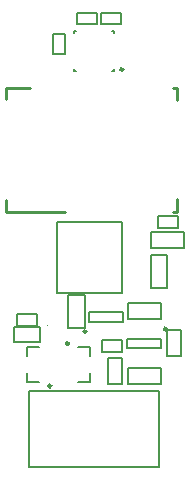
<source format=gto>
G04*
G04 #@! TF.GenerationSoftware,Altium Limited,Altium Designer,18.1.6 (161)*
G04*
G04 Layer_Color=65535*
%FSLAX24Y24*%
%MOIN*%
G70*
G01*
G75*
%ADD10C,0.0098*%
%ADD11C,0.0039*%
%ADD12C,0.0080*%
%ADD13C,0.0079*%
%ADD14C,0.0100*%
D10*
X974Y13268D02*
G03*
X974Y13268I-49J0D01*
G01*
X-837Y4134D02*
G03*
X-837Y4134I-49J0D01*
G01*
X-1427Y2717D02*
G03*
X-1427Y2717I-49J0D01*
G01*
X2421Y4616D02*
G03*
X2421Y4616I-49J0D01*
G01*
X-256Y4537D02*
G03*
X-256Y4537I-49J0D01*
G01*
D11*
X-1555Y4724D02*
G03*
X-1555Y4724I-20J0D01*
G01*
D12*
X-1240Y5906D02*
Y8169D01*
X925D01*
Y5807D02*
Y8169D01*
X-1240Y5807D02*
X925D01*
X-1240D02*
Y5906D01*
X2165Y0D02*
Y2559D01*
X-2165D02*
X2165D01*
X-2165Y0D02*
Y2559D01*
Y0D02*
X2165D01*
D13*
X1890Y7087D02*
X2441D01*
Y5984D02*
Y7087D01*
X1890Y5984D02*
X2441D01*
X1890D02*
Y7087D01*
X669Y13209D02*
Y13287D01*
X591Y13209D02*
X669D01*
X-669D02*
X-591D01*
X-669D02*
Y13287D01*
Y14468D02*
Y14547D01*
X-591D01*
X669Y14468D02*
Y14547D01*
X591D02*
X669D01*
X-1378Y13780D02*
Y14449D01*
X-984D01*
Y13780D02*
Y14449D01*
X-1378Y13780D02*
X-984D01*
X217Y14764D02*
X886D01*
X217D02*
Y15157D01*
X886D01*
Y14764D02*
Y15157D01*
X-571D02*
X98D01*
Y14764D02*
Y15157D01*
X-571Y14764D02*
X98D01*
X-571D02*
Y15157D01*
X2126Y8366D02*
X2795D01*
Y7972D02*
Y8366D01*
X2126Y7972D02*
X2795D01*
X2126D02*
Y8366D01*
X1909Y7303D02*
Y7854D01*
X3012D01*
Y7303D02*
Y7854D01*
X1909Y7303D02*
X3012D01*
X-531Y4016D02*
X-138D01*
Y3701D02*
Y4016D01*
X-531Y2835D02*
X-138D01*
Y3150D01*
X453Y2795D02*
X925D01*
Y3661D01*
X453D02*
X925D01*
X453Y2795D02*
Y3661D01*
X-2224Y2835D02*
X-1831D01*
X-2224D02*
Y3150D01*
Y4016D02*
X-1831D01*
X-2224Y3701D02*
Y4016D01*
X-1811Y4193D02*
Y4665D01*
X-2677D02*
X-1811D01*
X-2677Y4193D02*
Y4665D01*
Y4193D02*
X-1811D01*
X-2579Y4724D02*
X-1909D01*
X-2579D02*
Y5118D01*
X-1909D01*
Y4724D02*
Y5118D01*
X1102Y3976D02*
X2244D01*
X1102Y4291D02*
X2244D01*
X1102Y3976D02*
Y4291D01*
X2244Y3976D02*
Y4291D01*
X2421Y3701D02*
X2894D01*
Y4567D01*
X2421D02*
X2894D01*
X2421Y3701D02*
Y4567D01*
X1122Y4941D02*
Y5492D01*
X2224D01*
Y4941D02*
Y5492D01*
X1122Y4941D02*
X2224D01*
X1122Y2776D02*
Y3327D01*
X2224D01*
Y2776D02*
Y3327D01*
X1122Y2776D02*
X2224D01*
X-177Y5177D02*
X965D01*
X-177Y4862D02*
X965D01*
Y5177D01*
X-177Y4862D02*
Y5177D01*
X-866Y5758D02*
X-315D01*
Y4656D02*
Y5758D01*
X-866Y4656D02*
X-315D01*
X-866D02*
Y5758D01*
X256Y4232D02*
X925D01*
Y3839D02*
Y4232D01*
X256Y3839D02*
X925D01*
X256D02*
Y4232D01*
D14*
X2776Y12244D02*
Y12657D01*
X-2933Y12264D02*
Y12657D01*
X-2146D01*
X2638D02*
X2776D01*
X2638Y8524D02*
X2776D01*
Y8937D01*
X-2933Y8524D02*
X-965D01*
X-2933D02*
Y8917D01*
M02*

</source>
